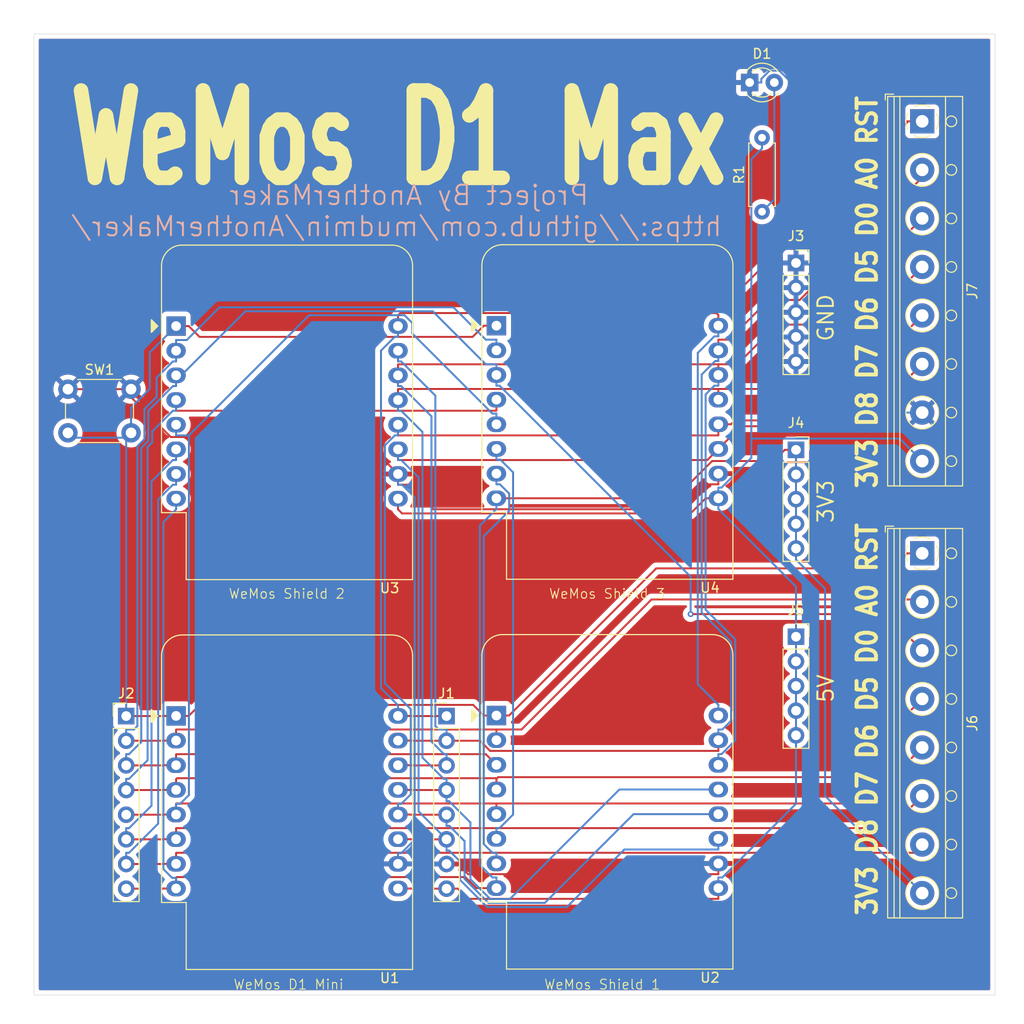
<source format=kicad_pcb>
(kicad_pcb (version 20240108) (generator "pcbnew") (generator_version "8.0")
  (layers (0 "F.Cu" signal) (31 "B.Cu" signal) (34 "B.Paste" user) (35 "F.Paste" user) (36 "B.SilkS" user "B.Silkscreen") (37 "F.SilkS" user "F.Silkscreen") (38 "B.Mask" user) (39 "F.Mask" user) (44 "Edge.Cuts" user))
  (net 0 "")
  (net 1 "Net-(D1-A)")
  (net 2 "GND")
  (net 3 "Net-(J1-Pin_4)")
  (net 4 "Net-(J1-Pin_5)")
  (net 5 "Net-(J1-Pin_2)")
  (net 6 "Net-(J1-Pin_3)")
  (net 7 "Net-(J1-Pin_8)")
  (net 8 "Net-(J1-Pin_1)")
  (net 9 "Net-(J1-Pin_6)")
  (net 10 "Net-(J2-Pin_5)")
  (net 11 "Net-(J2-Pin_8)")
  (net 12 "Net-(J2-Pin_3)")
  (net 13 "Net-(J2-Pin_2)")
  (net 14 "Net-(J2-Pin_4)")
  (net 15 "Net-(J2-Pin_6)")
  (net 16 "Net-(J2-Pin_7)")
  (net 17 "Net-(J2-Pin_1)")
  (footprint "TerminalBlock_RND:TerminalBlock_RND_205-00018_1x08_P5.00mm_Horizontal" (layer "F.Cu") (at 194 71.5 -90)
    (property "Reference" "J7")
    (property "Value" "Conn_01x08_Pin_Right")
  )
  (footprint "Module:WEMOS_D1_mini_light" (layer "F.Cu") (at 150.14 92.55)
    (property "Reference" "U4")
    (property "Value" "WeMos_D1_mini")
  )
  (footprint "Resistor_THT:R_Axial_DIN0207_L6.3mm_D2.5mm_P7.62mm_Horizontal" (layer "F.Cu") (at 177.5 80.81 90)
    (property "Reference" "R1")
    (property "Value" "R")
  )
  (footprint "Button_Switch_THT:SW_PUSH_6mm_H5mm" (layer "F.Cu") (at 106 99.09)
    (property "Reference" "SW1")
    (property "Value" "SW_Push")
  )
  (footprint "Connector_PinSocket_2.54mm:PinSocket_1x05_P2.54mm_Vertical" (layer "F.Cu") (at 181 105.34)
    (property "Reference" "J4")
    (property "Value" "Conn_01x05_Pin - 3.3V")
  )
  (footprint "LED_THT:LED_D3.0mm" (layer "F.Cu") (at 176.225 67.5)
    (property "Reference" "D1")
    (property "Value" "LED")
  )
  (footprint "Module:WEMOS_D1_mini_light" (layer "F.Cu") (at 117.14 92.59)
    (property "Reference" "U3")
    (property "Value" "WeMos_D1_mini")
  )
  (footprint "TerminalBlock_RND:TerminalBlock_RND_205-00018_1x08_P5.00mm_Horizontal" (layer "F.Cu") (at 194 116 -90)
    (property "Reference" "J6")
    (property "Value" "Conn_01x08_Pin_Left")
  )
  (footprint "Module:WEMOS_D1_mini_light" (layer "F.Cu") (at 150.14 132.71)
    (property "Reference" "U2")
    (property "Value" "WeMos_D1_mini")
  )
  (footprint "Connector_PinSocket_2.54mm:PinSocket_1x05_P2.54mm_Vertical" (layer "F.Cu") (at 181 124.59)
    (property "Reference" "J5")
    (property "Value" "Conn_01x05_Pin - 5V")
  )
  (footprint "Connector_PinHeader_2.54mm:PinHeader_1x08_P2.54mm_Vertical" (layer "F.Cu") (at 112 132.765)
    (property "Reference" "J2")
    (property "Value" "Conn_01x08_Pin_Left")
  )
  (footprint "Connector_PinSocket_2.54mm:PinSocket_1x05_P2.54mm_Vertical" (layer "F.Cu") (at 181 86.09)
    (property "Reference" "J3")
    (property "Value" "Conn_01x05_Pin - GND")
  )
  (footprint "Connector_PinHeader_2.54mm:PinHeader_1x08_P2.54mm_Vertical" (layer "F.Cu") (at 145 132.765)
    (property "Reference" "J1")
    (property "Value" "Conn_01x08_Pin_Right")
  )
  (footprint "Module:WEMOS_D1_mini_light" (layer "F.Cu") (at 117.14 132.75)
    (property "Reference" "U1")
    (property "Value" "WeMos_D1_mini")
  )
  (gr_rect (start 102.5 62.5) (end 201.5 161.5) (stroke (width 0.05)) (fill none) (layer "Edge.Cuts"))
  (gr_text "         Project By AnotherMaker\nhttps://github.com/mudmin/AnotherMaker/" (at 173.5 83.5 0) (layer "B.SilkS") (effects (font (size 2 2) (thickness 0.2)) (justify left bottom mirror)))
  (gr_text "WeMos Shield 3" (at 155.5 120.75 0) (layer "F.SilkS") (effects (font (size 1 1) (thickness 0.1)) (justify left bottom)))
  (gr_text "WeMos Shield 1" (at 155 161 0) (layer "F.SilkS") (effects (font (size 1 1) (thickness 0.1)) (justify left bottom)))
  (gr_text "GND" (at 185 94.302857 90) (layer "F.SilkS") (effects (font (size 1.6 1.6) (thickness 0.2)) (justify left bottom)))
  (gr_text "3V3" (at 185 113 90) (layer "F.SilkS") (effects (font (size 1.6 1.6) (thickness 0.2)) (justify left bottom)))
  (gr_text "WeMos Shield 2" (at 122.5 120.75 0) (layer "F.SilkS") (effects (font (size 1 1) (thickness 0.1)) (justify left bottom)))
  (gr_text "WeMos D1 Mini" (at 123 161 0) (layer "F.SilkS") (effects (font (size 1 1) (thickness 0.1)) (justify left bottom)))
  (gr_text "3V3 D8 D7 D6 D5 D0 A0 RST" (at 189.5 153.5 90) (layer "F.SilkS") (effects (font (size 2 1.8) (thickness 0.4) (bold yes)) (justify left bottom)))
  (gr_text "WeMos D1 Max" (at 105.5 78.5 0) (layer "F.SilkS") (effects (font (size 9 6) (thickness 1.5) (bold yes)) (justify left bottom)))
  (gr_text "3V3 D8 D7 D6 D5 D0 A0 RST\n" (at 189.5 109.5 90) (layer "F.SilkS") (effects (font (size 2 1.8) (thickness 0.4) (bold yes)) (justify left bottom)))
  (gr_text "5V" (at 185 131.5 90) (layer "F.SilkS") (effects (font (size 1.6 1.6) (thickness 0.2)) (justify left bottom)))
  (segment (start 178.765 79.545) (end 177.5 80.81) (width 0.2) (layer "B.Cu") (net 1))
  (segment (start 178.765 67.5) (end 178.765 79.545) (width 0.2) (layer "B.Cu") (net 1))
  (segment (start 169.3301 111.4599) (end 143.6299 111.4599) (width 0.2) (layer "F.Cu") (net 2))
  (segment (start 171.8983 108.8917) (end 169.3301 111.4599) (width 0.2) (layer "F.Cu") (net 2))
  (segment (start 147.2261 149.0517) (end 146.1794 148.005) (width 0.2) (layer "F.Cu") (net 2))
  (segment (start 145 148.005) (end 146.1517 148.005) (width 0.2) (layer "F.Cu") (net 2))
  (segment (start 188.8901 106.6099) (end 180.1318 106.6099) (width 0.2) (layer "F.Cu") (net 2))
  (segment (start 194 101.5) (end 188.8901 106.6099) (width 0.2) (layer "F.Cu") (net 2))
  (segment (start 173 147.95) (end 173 149.0517) (width 0.2) (layer "F.Cu") (net 2))
  (segment (start 173 149.0517) (end 147.2261 149.0517) (width 0.2) (layer "F.Cu") (net 2))
  (segment (start 173 108.8917) (end 171.8983 108.8917) (width 0.2) (layer "F.Cu") (net 2))
  (segment (start 141.1017 108.9317) (end 140 108.9317) (width 0.2) (layer "F.Cu") (net 2))
  (segment (start 145 148.005) (end 141.3167 148.005) (width 0.2) (layer "F.Cu") (net 2))
  (segment (start 173 107.79) (end 173 108.8917) (width 0.2) (layer "F.Cu") (net 2))
  (segment (start 140 147.99) (end 141.3017 147.99) (width 0.2) (layer "F.Cu") (net 2))
  (segment (start 140 107.83) (end 140 108.9317) (width 0.2) (layer "F.Cu") (net 2))
  (segment (start 143.6299 111.4599) (end 141.1017 108.9317) (width 0.2) (layer "F.Cu") (net 2))
  (segment (start 116.5955 104.02) (end 112.5 99.9245) (width 0.2) (layer "F.Cu") (net 2))
  (segment (start 146.1794 148.005) (end 146.1517 148.005) (width 0.2) (layer "F.Cu") (net 2))
  (segment (start 106 99.09) (end 112.5 99.09) (width 0.2) (layer "F.Cu") (net 2))
  (segment (start 112.5 99.9245) (end 112.5 99.09) (width 0.2) (layer "F.Cu") (net 2))
  (segment (start 140 107.83) (end 136.19 104.02) (width 0.2) (layer "F.Cu") (net 2))
  (segment (start 178.9517 107.79) (end 173 107.79) (width 0.2) (layer "F.Cu") (net 2))
  (segment (start 141.3167 148.005) (end 141.3017 147.99) (width 0.2) (layer "F.Cu") (net 2))
  (segment (start 136.19 104.02) (end 116.5955 104.02) (width 0.2) (layer "F.Cu") (net 2))
  (segment (start 180.1318 106.6099) (end 178.9517 107.79) (width 0.2) (layer "F.Cu") (net 2))
  (segment (start 140 147.99) (end 140 146.8883) (width 0.2) (layer "B.Cu") (net 2))
  (segment (start 194 101.5) (end 187.4017 101.5) (width 0.2) (layer "B.Cu") (net 2))
  (segment (start 178.2723 66.2789) (end 179.286 66.2789) (width 0.2) (layer "B.Cu") (net 2))
  (segment (start 187.4017 101.5) (end 182.1517 96.25) (width 0.2) (layer "B.Cu") (net 2))
  (segment (start 140.3283 146.8883) (end 140 146.8883) (width 0.2) (layer "B.Cu") (net 2))
  (segment (start 140.4131 108.9317) (end 141.7156 110.2342) (width 0.2) (layer "B.Cu") (net 2))
  (segment (start 140 108.9317) (end 140.4131 108.9317) (width 0.2) (layer "B.Cu") (net 2))
  (segment (start 181 91.17) (end 181 93.71) (width 0.2) (layer "B.Cu") (net 2))
  (segment (start 176.225 67.5) (end 177.4267 67.5) (width 0.2) (layer "B.Cu") (net 2))
  (segment (start 141.7156 145.501) (end 140.3283 146.8883) (width 0.2) (layer "B.Cu") (net 2))
  (segment (start 141.7156 110.2342) (end 141.7156 145.501) (width 0.2) (layer "B.Cu") (net 2))
  (segment (start 181 96.25) (end 182.1517 96.25) (width 0.2) (layer "B.Cu") (net 2))
  (segment (start 181 67.9929) (end 181 86.09) (width 0.2) (layer "B.Cu") (net 2))
  (segment (start 179.286 66.2789) (end 181 67.9929) (width 0.2) (layer "B.Cu") (net 2))
  (segment (start 181 86.09) (end 181 88.63) (width 0.2) (layer "B.Cu") (net 2))
  (segment (start 177.4267 67.1245) (end 178.2723 66.2789) (width 0.2) (layer "B.Cu") (net 2))
  (segment (start 177.4267 67.5) (end 177.4267 67.1245) (width 0.2) (layer "B.Cu") (net 2))
  (segment (start 140 107.83) (end 140 108.9317) (width 0.2) (layer "B.Cu") (net 2))
  (segment (start 181 88.63) (end 181 91.17) (width 0.2) (layer "B.Cu") (net 2))
  (segment (start 181 93.71) (end 181 96.25) (width 0.2) (layer "B.Cu") (net 2))
  (segment (start 140 100.21) (end 140 99.1083) (width 0.2) (layer "F.Cu") (net 3))
  (segment (start 181.4317 99.0683) (end 173 99.0683) (width 0.2) (layer "F.Cu") (net 3))
  (segment (start 194 86.5) (end 181.4317 99.0683) (width 0.2) (layer "F.Cu") (net 3))
  (segment (start 140 99.1083) (end 140.04 99.0683) (width 0.2) (layer "F.Cu") (net 3))
  (segment (start 141.3167 140.385) (end 141.3017 140.37) (width 0.2) (layer "F.Cu") (net 3))
  (segment (start 140 140.37) (end 141.3017 140.37) (width 0.2) (layer "F.Cu") (net 3))
  (segment (start 173 100.17) (end 173 99.0683) (width 0.2) (layer "F.Cu") (net 3))
  (segment (start 140.04 99.0683) (end 173 99.0683) (width 0.2) (layer "F.Cu") (net 3))
  (segment (start 145 140.385) (end 141.3167 140.385) (width 0.2) (layer "F.Cu") (net 3))
  (segment (start 173 140.33) (end 162.8083 140.33) (width 0.2) (layer "B.Cu") (net 3))
  (segment (start 145 140.385) (end 145 139.2333) (width 0.2) (layer "B.Cu") (net 3))
  (segment (start 140.3283 101.3117) (end 140 101.3117) (width 0.2) (layer "B.Cu") (net 3))
  (segment (start 140 100.21) (end 140 101.3117) (width 0.2) (layer "B.Cu") (net 3))
  (segment (start 147.4612 149.5717) (end 147.4612 143.7294) (width 0.2) (layer "B.Cu") (net 3))
  (segment (start 151.5331 151.6052) (end 149.4947 151.6052) (width 0.2) (layer "B.Cu") (net 3))
  (segment (start 142.5198 103.5032) (end 140.3283 101.3117) (width 0.2) (layer "B.Cu") (net 3))
  (segment (start 162.8083 140.33) (end 151.5331 151.6052) (width 0.2) (layer "B.Cu") (net 3))
  (segment (start 145 140.385) (end 145 141.5367) (width 0.2) (layer "B.Cu") (net 3))
  (segment (start 145 139.2333) (end 144.7121 139.2333) (width 0.2) (layer "B.Cu") (net 3))
  (segment (start 147.4612 143.7294) (end 145.2685 141.5367) (width 0.2) (layer "B.Cu") (net 3))
  (segment (start 145.2685 141.5367) (end 145 141.5367) (width 0.2) (layer "B.Cu") (net 3))
  (segment (start 142.5198 137.041) (end 142.5198 103.5032) (width 0.2) (layer "B.Cu") (net 3))
  (segment (start 149.4947 151.6052) (end 147.4612 149.5717) (width 0.2) (layer "B.Cu") (net 3))
  (segment (start 144.7121 139.2333) (end 142.5198 137.041) (width 0.2) (layer "B.Cu") (net 3))
  (segment (start 172.96 103.8517) (end 173 103.8117) (width 0.2) (layer "F.Cu") (net 4))
  (segment (start 173 102.71) (end 174.3017 102.71) (width 0.2) (layer "F.Cu") (net 4))
  (segment (start 140 103.8517) (end 172.96 103.8517) (width 0.2) (layer "F.Cu") (net 4))
  (segment (start 173 102.71) (end 173 103.8117) (width 0.2) (layer "F.Cu") (net 4))
  (segment (start 194 91.5) (end 183.1917 102.3083) (width 0.2) (layer "F.Cu") (net 4))
  (segment (start 141.3167 142.925) (end 141.3017 142.91) (width 0.2) (layer "F.Cu") (net 4))
  (segment (start 174.7034 102.3083) (end 174.3017 102.71) (width 0.2) (layer "F.Cu") (net 4))
  (segment (start 140 102.75) (end 140 103.8517) (width 0.2) (layer "F.Cu") (net 4))
  (segment (start 183.1917 102.3083) (end 174.7034 102.3083) (width 0.2) (layer "F.Cu") (net 4))
  (segment (start 145 142.925) (end 141.3167 142.925) (width 0.2) (layer "F.Cu") (net 4))
  (segment (start 140 142.91) (end 141.3017 142.91) (width 0.2) (layer "F.Cu") (net 4))
  (segment (start 140 103.8517) (end 139.6717 103.8517) (width 0.2) (layer "B.Cu") (net 4))
  (segment (start 139.6717 103.8517) (end 138.6502 104.8732) (width 0.2) (layer "B.Cu") (net 4))
  (segment (start 173 142.87) (end 164.2646 142.87) (width 0.2) (layer "B.Cu") (net 4))
  (segment (start 146.8596 145.6483) (end 145.288 144.0767) (width 0.2) (layer "B.Cu") (net 4))
  (segment (start 140.3339 141.8083) (end 140 141.8083) (width 0.2) (layer "B.Cu") (net 4))
  (segment (start 141.3117 132.047) (end 141.3117 140.8305) (width 0.2) (layer "B.Cu") (net 4))
  (segment (start 138.6502 129.3855) (end 141.3117 132.047) (width 0.2) (layer "B.Cu") (net 4))
  (segment (start 138.6502 104.8732) (end 138.6502 129.3855) (width 0.2) (layer "B.Cu") (net 4))
  (segment (start 164.2646 142.87) (end 155.1277 152.0069) (width 0.2) (layer "B.Cu") (net 4))
  (segment (start 140 142.91) (end 140 141.8083) (width 0.2) (layer "B.Cu") (net 4))
  (segment (start 149.3242 152.0069) (end 146.8596 149.5423) (width 0.2) (layer "B.Cu") (net 4))
  (segment (start 145.288 144.0767) (end 145 144.0767) (width 0.2) (layer "B.Cu") (net 4))
  (segment (start 155.1277 152.0069) (end 149.3242 152.0069) (width 0.2) (layer "B.Cu") (net 4))
  (segment (start 140 102.75) (end 140 103.8517) (width 0.2) (layer "B.Cu") (net 4))
  (segment (start 145 142.925) (end 145 144.0767) (width 0.2) (layer "B.Cu") (net 4))
  (segment (start 141.3117 140.8305) (end 140.3339 141.8083) (width 0.2) (layer "B.Cu") (net 4))
  (segment (start 146.8596 149.5423) (end 146.8596 145.6483) (width 0.2) (layer "B.Cu") (net 4))
  (segment (start 194 77.2838) (end 194 76.5) (width 0.2) (layer "F.Cu") (net 5))
  (segment (start 178.19 89.9) (end 181.3838 89.9) (width 0.2) (layer "F.Cu") (net 5))
  (segment (start 181.3838 89.9) (end 194 77.2838) (width 0.2) (layer "F.Cu") (net 5))
  (segment (start 141.3017 135.29) (end 141.3167 135.305) (width 0.2) (layer "F.Cu") (net 5))
  (segment (start 173 93.9883) (end 174.1017 93.9883) (width 0.2) (layer "F.Cu") (net 5))
  (segment (start 141.3167 135.305) (end 145 135.305) (width 0.2) (layer "F.Cu") (net 5))
  (segment (start 149.4836 136.3517) (end 173 136.3517) (width 0.2) (layer "F.Cu") (net 5))
  (segment (start 145 135.305) (end 148.4369 135.305) (width 0.2) (layer "F.Cu") (net 5))
  (segment (start 140 135.29) (end 141.3017 135.29) (width 0.2) (layer "F.Cu") (net 5))
  (segment (start 174.1017 93.9883) (end 178.19 89.9) (width 0.2) (layer "F.Cu") (net 5))
  (segment (start 173 95.09) (end 173 93.9883) (width 0.2) (layer "F.Cu") (net 5))
  (segment (start 148.4369 135.305) (end 149.4836 136.3517) (width 0.2) (layer "F.Cu") (net 5))
  (segment (start 173 135.25) (end 173 136.3517) (width 0.2) (layer "F.Cu") (net 5))
  (segment (start 145 135.305) (end 145 134.1533) (width 0.2) (layer "B.Cu") (net 5))
  (segment (start 140 95.13) (end 140 96.2317) (width 0.2) (layer "B.Cu") (net 5))
  (segment (start 173.4131 134.1483) (end 174.3122 133.2492) (width 0.2) (layer "B.Cu") (net 5))
  (segment (start 171.2815 122.1056) (end 171.2815 97.5819) (width 0.2) (layer "B.Cu") (net 5))
  (segment (start 172.6717 96.1917) (end 173 96.1917) (width 0.2) (layer "B.Cu") (net 5))
  (segment (start 174.3122 133.2492) (end 174.3122 125.1363) (width 0.2) (layer "B.Cu") (net 5))
  (segment (start 143.8483 99.7517) (end 143.8483 133.7934) (width 0.2) (layer "B.Cu") (net 5))
  (segment (start 140.3283 96.2317) (end 143.8483 99.7517) (width 0.2) (layer "B.Cu") (net 5))
  (segment (start 171.2815 97.5819) (end 172.6717 96.1917) (width 0.2) (layer "B.Cu") (net 5))
  (segment (start 174.3122 125.1363) (end 171.2815 122.1056) (width 0.2) (layer "B.Cu") (net 5))
  (segment (start 173 95.09) (end 173 96.1917) (width 0.2) (layer "B.Cu") (net 5))
  (segment (start 173 134.1483) (end 173.4131 134.1483) (width 0.2) (layer "B.Cu") (net 5))
  (segment (start 173 135.25) (end 173 134.1483) (width 0.2) (layer "B.Cu") (net 5))
  (segment (start 140 96.2317) (end 140.3283 96.2317) (width 0.2) (layer "B.Cu") (net 5))
  (segment (start 144.2082 134.1533) (end 145 134.1533) (width 0.2) (layer "B.Cu") (net 5))
  (segment (start 143.8483 133.7934) (end 144.2082 134.1533) (width 0.2) (layer "B.Cu") (net 5))
  (segment (start 140 137.83) (end 141.3017 137.83) (width 0.2) (layer "F.Cu") (net 6))
  (segment (start 140 97.67) (end 140 96.5683) (width 0.2) (layer "F.Cu") (net 6))
  (segment (start 183.06 92.44) (end 179.0424 92.44) (width 0.2) (layer "F.Cu") (net 6))
  (segment (start 140 96.5683) (end 140.04 96.5283) (width 0.2) (layer "F.Cu") (net 6))
  (segment (start 194 81.5) (end 183.06 92.44) (width 0.2) (layer "F.Cu") (net 6))
  (segment (start 174.9541 96.5283) (end 173 96.5283) (width 0.2) (layer "F.Cu") (net 6))
  (segment (start 145 137.845) (end 141.3167 137.845) (width 0.2) (layer "F.Cu") (net 6))
  (segment (start 173 97.63) (end 173 96.5283) (width 0.2) (layer "F.Cu") (net 6))
  (segment (start 140.04 96.5283) (end 173 96.5283) (width 0.2) (layer "F.Cu") (net 6))
  (segment (start 141.3167 137.845) (end 141.3017 137.83) (width 0.2) (layer "F.Cu") (net 6))
  (segment (start 179.0424 92.44) (end 174.9541 96.5283) (width 0.2) (layer "F.Cu") (net 6))
  (segment (start 174.7415 135.2751) (end 173.3283 136.6883) (width 0.2) (layer "B.Cu") (net 6))
  (segment (start 145 137.845) (end 145 136.6933) (width 0.2) (layer "B.Cu") (net 6))
  (segment (start 173 98.7317) (end 172.5869 98.7317) (width 0.2) (layer "B.Cu") (net 6))
  (segment (start 140 98.7717) (end 140.3283 98.7717) (width 0.2) (layer "B.Cu") (net 6))
  (segment (start 140 97.67) (end 140 98.7717) (width 0.2) (layer "B.Cu") (net 6))
  (segment (start 173 97.63) (end 173 98.7317) (width 0.2) (layer "B.Cu") (net 6))
  (segment (start 171.6889 121.8036) (end 174.7415 124.8562) (width 0.2) (layer "B.Cu") (net 6))
  (segment (start 171.6889 99.6297) (end 171.6889 121.8036) (width 0.2) (layer "B.Cu") (net 6))
  (segment (start 143.4466 101.89) (end 143.4466 135.3945) (width 0.2) (layer "B.Cu") (net 6))
  (segment (start 172.5869 98.7317) (end 171.6889 99.6297) (width 0.2) (layer "B.Cu") (net 6))
  (segment (start 140.3283 98.7717) (end 143.4466 101.89) (width 0.2) (layer "B.Cu") (net 6))
  (segment (start 174.7415 124.8562) (end 174.7415 135.2751) (width 0.2) (layer "B.Cu") (net 6))
  (segment (start 173.3283 136.6883) (end 173 136.6883) (width 0.2) (layer "B.Cu") (net 6))
  (segment (start 173 137.79) (end 173 136.6883) (width 0.2) (layer "B.Cu") (net 6))
  (segment (start 144.7454 136.6933) (end 145 136.6933) (width 0.2) (layer "B.Cu") (net 6))
  (segment (start 143.4466 135.3945) (end 144.7454 136.6933) (width 0.2) (layer "B.Cu") (net 6))
  (segment (start 173 110.33) (end 171.6983 110.33) (width 0.2) (layer "F.Cu") (net 7))
  (segment (start 173 150.49) (end 173 151.5917) (width 0.2) (layer "F.Cu") (net 7))
  (segment (start 140 150.53) (end 141.3017 150.53) (width 0.2) (layer "F.Cu") (net 7))
  (segment (start 141.3167 150.545) (end 145 150.545) (width 0.2) (layer "F.Cu") (net 7))
  (segment (start 141.3017 150.53) (end 141.3167 150.545) (width 0.2) (layer "F.Cu") (net 7))
  (segment (start 140.4196 111.8913) (end 170.137 111.8913) (width 0.2) (layer "F.Cu") (net 7))
  (segment (start 145 150.545) (end 146.1517 150.545) (width 0.2) (layer "F.Cu") (net 7))
  (segment (start 146.1517 150.545) (end 147.1984 151.5917) (width 0.2) (layer "F.Cu") (net 7))
  (segment (start 170.137 111.8913) (end 171.6983 110.33) (width 0.2) (layer "F.Cu") (net 7))
  (segment (start 147.1984 151.5917) (end 173 151.5917) (width 0.2) (layer "F.Cu") (net 7))
  (segment (start 140 110.37) (end 140 111.4717) (width 0.2) (layer "F.Cu") (net 7))
  (segment (start 140 111.4717) (end 140.4196 111.8913) (width 0.2) (layer "F.Cu") (net 7))
  (segment (start 181 141.8014) (end 181 134.75) (width 0.2) (layer "B.Cu") (net 7))
  (segment (start 173.3283 109.2283) (end 173 109.2283) (width 0.2) (layer "B.Cu") (net 7))
  (segment (start 181 119.4317) (end 173 111.4317) (width 0.2) (layer "B.Cu") (net 7))
  (segment (start 173.4131 149.3883) (end 181 141.8014) (width 0.2) (layer "B.Cu") (net 7))
  (segment (start 176.3983 104.179) (end 176.3983 106.1583) (width 0.2) (layer "B.Cu") (net 7))
  (segment (start 176.3983 104.179) (end 191.679 104.179) (width 0.2) (layer "B.Cu") (net 7))
  (segment (start 176.3983 106.1583) (end 173.3283 109.2283) (width 0.2) (layer "B.Cu") (net 7))
  (segment (start 181 124.59) (end 181 127.13) (width 0.2) (layer "B.Cu") (net 7))
  (segment (start 177.5 74.2917) (end 176.3983 75.3934) (width 0.2) (layer "B.Cu") (net 7))
  (segment (start 177.5 73.19) (end 177.5 74.2917) (width 0.2) (layer "B.Cu") (net 7))
  (segment (start 173 150.49) (end 173 149.3883) (width 0.2) (layer "B.Cu") (net 7))
  (segment (start 191.679 104.179) (end 194 106.5) (width 0.2) (layer "B.Cu") (net 7))
  (segment (start 181 129.67) (end 181 132.21) (width 0.2) (layer "B.Cu") (net 7))
  (segment (start 173 149.3883) (end 173.4131 149.3883) (width 0.2) (layer "B.Cu") (net 7))
  (segment (start 173 110.33) (end 173 109.2283) (width 0.2) (layer "B.Cu") (net 7))
  (segment (start 181 132.21) (end 181 134.75) (width 0.2) (layer "B.Cu") (net 7))
  (segment (start 181 124.59) (end 181 123.4383) (width 0.2) (layer "B.Cu") (net 7))
  (segment (start 176.3983 75.3934) (end 176.3983 104.179) (width 0.2) (layer "B.Cu") (net 7))
  (segment (start 173 110.33) (end 173 111.4317) (width 0.2) (layer "B.Cu") (net 7))
  (segment (start 181 127.13) (end 181 129.67) (width 0.2) (layer "B.Cu") (net 7))
  (segment (start 181 123.4383) (end 181 119.4317) (width 0.2) (layer "B.Cu") (net 7))
  (segment (start 192.4483 71.5) (end 192.4483 71.6) (width 0.2) (layer "F.Cu") (net 8))
  (segment (start 140.24 91.2483) (end 172.8 91.2483) (width 0.2) (layer "F.Cu") (net 8))
  (segment (start 172.8 91.2483) (end 173 91.4483) (width 0.2) (layer "F.Cu") (net 8))
  (segment (start 194 71.5) (end 192.4483 71.5) (width 0.2) (layer "F.Cu") (net 8))
  (segment (start 140 91.4883) (end 140.24 91.2483) (width 0.2) (layer "F.Cu") (net 8))
  (segment (start 140 92.59) (end 140 91.4883) (width 0.2) (layer "F.Cu") (net 8))
  (segment (start 173 92.55) (end 173 91.4483) (width 0.2) (layer "F.Cu") (net 8))
  (segment (start 140 132.75) (end 141.3017 132.75) (width 0.2) (layer "F.Cu") (net 8))
  (segment (start 145 132.765) (end 141.3167 132.765) (width 0.2) (layer "F.Cu") (net 8))
  (segment (start 192.4483 71.6) (end 172.8 91.2483) (width 0.2) (layer "F.Cu") (net 8))
  (segment (start 141.3167 132.765) (end 141.3017 132.75) (width 0.2) (layer "F.Cu") (net 8))
  (segment (start 138.2485 95.1149) (end 138.2485 129.8968) (width 0.2) (layer "B.Cu") (net 8))
  (segment (start 173 92.55) (end 173 93.6517) (width 0.2) (layer "B.Cu") (net 8))
  (segment (start 140 132.75) (end 140 131.6483) (width 0.2) (layer "B.Cu") (net 8))
  (segment (start 170.8787 129.487) (end 173 131.6083) (width 0.2) (layer "B.Cu") (net 8))
  (segment (start 140 93.6917) (end 139.6717 93.6917) (width 0.2) (layer "B.Cu") (net 8))
  (segment (start 138.2485 129.8968) (end 140 131.6483) (width 0.2) (layer "B.Cu") (net 8))
  (segment (start 173 93.6517) (end 172.5869 93.6517) (width 0.2) (layer "B.Cu") (net 8))
  (segment (start 172.5869 93.6517) (end 170.8787 95.3599) (width 0.2) (layer "B.Cu") (net 8))
  (segment (start 140 92.59) (end 140 93.6917) (width 0.2) (layer "B.Cu") (net 8))
  (segment (start 170.8787 95.3599) (end 170.8787 129.487) (width 0.2) (layer "B.Cu") (net 8))
  (segment (start 139.6717 93.6917) (end 138.2485 95.1149) (width 0.2) (layer "B.Cu") (net 8))
  (segment (start 173 132.71) (end 173 131.6083) (width 0.2) (layer "B.Cu") (net 8))
  (segment (start 141.3167 145.465) (end 145 145.465) (width 0.2) (layer "F.Cu") (net 9))
  (segment (start 173 105.25) (end 175.3401 102.9099) (width 0.2) (layer "F.Cu") (net 9))
  (segment (start 141.3017 145.45) (end 141.3167 145.465) (width 0.2) (layer "F.Cu") (net 9))
  (segment (start 187.5901 102.9099) (end 194 96.5) (width 0.2) (layer "F.Cu") (net 9))
  (segment (start 175.3401 102.9099) (end 187.5901 102.9099) (width 0.2) (layer "F.Cu") (net 9))
  (segment (start 140 106.3917) (end 171.8583 106.3917) (width 0.2) (layer "F.Cu") (net 9))
  (segment (start 140 105.29) (end 140 106.3917) (width 0.2) (layer "F.Cu") (net 9))
  (segment (start 171.8583 106.3917) (end 173 105.25) (width 0.2) (layer "F.Cu") (net 9))
  (segment (start 140 145.45) (end 141.3017 145.45) (width 0.2) (layer "F.Cu") (net 9))
  (segment (start 145 145.465) (end 142.1181 142.5831) (width 0.2) (layer "B.Cu") (net 9))
  (segment (start 140 105.29) (end 140 106.3917) (width 0.2) (layer "B.Cu") (net 9))
  (segment (start 145.2685 146.6167) (end 145 146.6167) (width 0.2) (layer "B.Cu") (net 9))
  (segment (start 142.1181 108.1815) (end 140.3283 106.3917) (width 0.2) (layer "B.Cu") (net 9))
  (segment (start 146.3898 149.6426) (end 146.3898 147.738) (width 0.2) (layer "B.Cu") (net 9))
  (segment (start 145 145.465) (end 145 146.6167) (width 0.2) (layer "B.Cu") (net 9))
  (segment (start 149.1901 152.4429) (end 146.3898 149.6426) (width 0.2) (layer "B.Cu") (net 9))
  (segment (start 173 146.5117) (end 163.3187 146.5117) (width 0.2) (layer "B.Cu") (net 9))
  (segment (start 142.1181 142.5831) (end 142.1181 108.1815) (width 0.2) (layer "B.Cu") (net 9))
  (segment (start 157.3875 152.4429) (end 149.1901 152.4429) (width 0.2) (layer "B.Cu") (net 9))
  (segment (start 163.3187 146.5117) (end 157.3875 152.4429) (width 0.2) (layer "B.Cu") (net 9))
  (segment (start 140.3283 106.3917) (end 140 106.3917) (width 0.2) (layer "B.Cu") (net 9))
  (segment (start 173 145.41) (end 173 146.5117) (width 0.2) (layer "B.Cu") (net 9))
  (segment (start 146.3898 147.738) (end 145.2685 146.6167) (width 0.2) (layer "B.Cu") (net 9))
  (segment (start 115.8233 142.925) (end 115.8383 142.91) (width 0.2) (layer "F.Cu") (net 10))
  (segment (start 112 142.925) (end 115.8233 142.925) (width 0.2) (layer "F.Cu") (net 10))
  (segment (start 117.14 142.91) (end 117.14 141.8083) (width 0.2) (layer "F.Cu") (net 10))
  (segment (start 150.14 142.87) (end 150.14 141.7698) (width 0.2) (layer "F.Cu") (net 10))
  (segment (start 117.14 142.91) (end 115.8383 142.91) (width 0.2) (layer "F.Cu") (net 10))
  (segment (start 117.1785 141.7698) (end 150.14 141.7698) (width 0.2) (layer "F.Cu") (net 10))
  (segment (start 194 136) (end 188.2317 141.7683) (width 0.2) (layer "F.Cu") (net 10))
  (segment (start 188.2317 141.7683) (end 150.14 141.7683) (width 0.2) (layer "F.Cu") (net 10))
  (segment (start 117.14 141.8083) (end 117.1785 141.7698) (width 0.2) (layer "F.Cu") (net 10))
  (segment (start 150.14 141.7698) (end 150.14 141.7683) (width 0.2) (layer "F.Cu") (net 10))
  (segment (start 117.14 103.8517) (end 118.4598 103.8517) (width 0.2) (layer "B.Cu") (net 10))
  (segment (start 118.4598 140.9016) (end 118.4598 103.8517) (width 0.2) (layer "B.Cu") (net 10))
  (segment (start 117.5531 141.8083) (end 118.4598 140.9016) (width 0.2) (layer "B.Cu") (net 10))
  (segment (start 118.4598 103.8517) (end 130.8393 91.4722) (width 0.2) (layer "B.Cu") (net 10))
  (segment (start 141.4732 93.3547) (end 149.7268 101.6083) (width 0.2) (layer "B.Cu") (net 10))
  (segment (start 130.8393 91.4722) (end 140.6675 91.4722) (width 0.2) (layer "B.Cu") (net 10))
  (segment (start 150.14 102.71) (end 150.14 101.6083) (width 0.2) (layer "B.Cu") (net 10))
  (segment (start 149.7268 101.6083) (end 150.14 101.6083) (width 0.2) (layer "B.Cu") (net 10))
  (segment (start 117.14 141.8083) (end 117.5531 141.8083) (width 0.2) (layer "B.Cu") (net 10))
  (segment (start 140.6675 91.4722) (end 141.4732 92.2779) (width 0.2) (layer "B.Cu") (net 10))
  (segment (start 117.14 102.75) (end 117.14 103.8517) (width 0.2) (layer "B.Cu") (net 10))
  (segment (start 141.4732 92.2779) (end 141.4732 93.3547) (width 0.2) (layer "B.Cu") (net 10))
  (segment (start 117.14 142.91) (end 117.14 141.8083) (width 0.2) (layer "B.Cu") (net 10))
  (segment (start 115.8233 150.545) (end 115.8383 150.53) (width 0.2) (layer "F.Cu") (net 11))
  (segment (start 117.2167 149.3516) (end 146.9324 149.3516) (width 0.2) (layer "F.Cu") (net 11))
  (segment (start 181 105.34) (end 179.8483 105.34) (width 0.2) (layer "F.Cu") (net 11))
  (segment (start 172.3588 106.4917) (end 168.5205 110.33) (width 0.2) (layer "F.Cu") (net 11))
  (segment (start 179.8483 105.34) (end 178.6966 106.4917) (width 0.2) (layer "F.Cu") (net 11))
  (segment (start 148.0708 150.49) (end 150.14 150.49) (width 0.2) (layer "F.Cu") (net 11))
  (segment (start 117.14 150.53) (end 117.14 149.4283) (width 0.2) (layer "F.Cu") (net 11))
  (segment (start 178.6966 106.4917) (end 172.3588 106.4917) (width 0.2) (layer "F.Cu") (net 11))
  (segment (start 146.9324 149.3516) (end 148.0708 150.49) (width 0.2) (layer "F.Cu") (net 11))
  (segment (start 168.5205 110.33) (end 150.14 110.33) (width 0.2) (layer "F.Cu") (net 11))
  (segment (start 112 150.545) (end 115.8233 150.545) (width 0.2) (layer "F.Cu") (net 11))
  (segment (start 117.14 150.53) (end 115.8383 150.53) (width 0.2) (layer "F.Cu") (net 11))
  (segment (start 117.14 149.4283) (end 117.2167 149.3516) (width 0.2) (layer "F.Cu") (net 11))
  (segment (start 183.9986 140.9986) (end 183.9986 119.6503) (width 0.2) (layer "B.Cu") (net 11))
  (segment (start 116.7269 149.4283) (end 115.8383 148.5397) (width 0.2) (layer "B.Cu") (net 11))
  (segment (start 148.4327 113.139) (end 148.4327 148.0942) (width 0.2) (layer "B.Cu") (net 11))
  (segment (start 117.14 110.37) (end 117.14 111.4717) (width 0.2) (layer "B.Cu") (net 11))
  (segment (start 181 107.88) (end 181 105.34) (width 0.2) (layer "B.Cu") (net 11))
  (segment (start 181 115.5) (end 181 116.6517) (width 0.2) (layer "B.Cu") (net 11))
  (segment (start 117.14 149.4283) (end 116.7269 149.4283) (width 0.2) (layer "B.Cu") (net 11))
  (segment (start 183.9986 119.6503) (end 181 116.6517) (width 0.2) (layer "B.Cu") (net 11))
  (segment (start 150.14 150.49) (end 150.14 149.3883) (width 0.2) (layer "B.Cu") (net 11))
  (segment (start 194 151) (end 183.9986 140.9986) (width 0.2) (layer "B.Cu") (net 11))
  (segment (start 115.8383 148.5397) (end 115.8383 112.7734) (width 0.2) (layer "B.Cu") (net 11))
  (segment (start 150.14 111.4317) (end 148.4327 113.139) (width 0.2) (layer "B.Cu") (net 11))
  (segment (start 117.14 150.53) (end 117.14 149.4283) (width 0.2) (layer "B.Cu") (net 11))
  (segment (start 181 112.96) (end 181 110.42) (width 0.2) (layer "B.Cu") (net 11))
  (segment (start 148.4327 148.0942) (end 149.7268 149.3883) (width 0.2) (layer "B.Cu") (net 11))
  (segment (start 115.8383 112.7734) (end 117.14 111.4717) (width 0.2) (layer "B.Cu") (net 11))
  (segment (start 181 115.5) (end 181 112.96) (width 0.2) (layer "B.Cu") (net 11))
  (segment (start 149.7268 149.3883) (end 150.14 149.3883) (width 0.2) (layer "B.Cu") (net 11))
  (segment (start 150.14 110.33) (end 150.14 111.4317) (width 0.2) (layer "B.Cu") (net 11))
  (segment (start 181 110.42) (end 181 107.88) (width 0.2) (layer "B.Cu") (net 11))
  (segment (start 117.14 137.83) (end 115.8383 137.83) (width 0.2) (layer "F.Cu") (net 12))
  (segment (start 117.18 136.6883) (end 149.0383 136.6883) (width 0.2) (layer "F.Cu") (net 12))
  (segment (start 190.2622 122.2622) (end 170.1429 122.2622) (width 0.2) (layer "F.Cu") (net 12))
  (segment (start 117.14 136.7283) (end 117.18 136.6883) (width 0.2) (layer "F.Cu") (net 12))
  (segment (start 149.0383 136.6883) (end 150.14 137.79) (width 0.2) (layer "F.Cu") (net 12))
  (segment (start 115.8233 137.845) (end 115.8383 137.83) (width 0.2) (layer "F.Cu") (net 12))
  (segment (start 194 126) (end 190.2622 122.2622) (width 0.2) (layer "F.Cu") (net 12))
  (segment (start 117.14 137.83) (end 117.14 136.7283) (width 0.2) (layer "F.Cu") (net 12))
  (segment (start 112 137.845) (end 115.8233 137.845) (width 0.2) (layer "F.Cu") (net 12))
  (via (at 170.1429 122.2622) (size 0.6) (drill 0.3) (layers "F.Cu" "B.Cu") (net 12))
  (segment (start 117.14 98.2036) (end 124.2798 91.0638) (width 0.2) (layer "B.Cu") (net 12))
  (segment (start 116.8137 98.7717) (end 117.14 98.7717) (width 0.2) (layer "B.Cu") (net 12))
  (segment (start 170.1429 118.4063) (end 150.4683 98.7317) (width 0.2) (layer "B.Cu") (net 12))
  (segment (start 112.288 136.6933) (end 113.5534 135.4279) (width 0.2) (layer "B.Cu") (net 12))
  (segment (start 143.5738 91.0638) (end 149.0383 96.5283) (width 0.2) (layer "B.Cu") (net 12))
  (segment (start 114.2791 101.3063) (end 116.8137 98.7717) (width 0.2) (layer "B.Cu") (net 12))
  (segment (start 150.14 97.63) (end 150.14 96.5283) (width 0.2) (layer "B.Cu") (net 12))
  (segment (start 124.2798 91.0638) (end 143.5738 91.0638) (width 0.2) (layer "B.Cu") (net 12))
  (segment (start 117.14 97.67) (end 117.14 98.2036) (width 0.2) (layer "B.Cu") (net 12))
  (segment (start 149.0383 96.5283) (end 150.14 96.5283) (width 0.2) (layer "B.Cu") (net 12))
  (segment (start 150.4683 98.7317) (end 150.14 98.7317) (width 0.2) (layer "B.Cu") (net 12))
  (segment (start 117.14 98.2036) (end 117.14 98.7717) (width 0.2) (layer "B.Cu") (net 12))
  (segment (start 150.14 97.63) (end 150.14 98.7317) (width 0.2) (layer "B.Cu") (net 12))
  (segment (start 112 136.6933) (end 112.288 136.6933) (width 0.2) (layer "B.Cu") (net 12))
  (segment (start 112 137.845) (end 112 136.6933) (width 0.2) (layer "B.Cu") (net 12))
  (segment (start 170.1429 122.2622) (end 170.1429 118.4063) (width 0.2) (layer "B.Cu") (net 12))
  (segment (start 113.5534 105.138) (end 114.2791 104.4123) (width 0.2) (layer "B.Cu") (net 12))
  (segment (start 114.2791 104.4123) (end 114.2791 101.3063) (width 0.2) (layer "B.Cu") (net 12))
  (segment (start 113.5534 135.4279) (end 113.5534 105.138) (width 0.2) (layer "B.Cu") (net 12))
  (segment (start 166.1148 120.7545) (end 152.721 134.1483) (width 0.2) (layer "F.Cu") (net 13))
  (segment (start 194 121) (end 193.7545 120.7545) (width 0.2) (layer "F.Cu") (net 13))
  (segment (start 117.18 134.1483) (end 117.14 134.1883) (width 0.2) (layer "F.Cu") (net 13))
  (segment (start 112 135.305) (end 115.8233 135.305) (width 0.2) (layer "F.Cu") (net 13))
  (segment (start 150.14 135.25) (end 150.14 134.1483) (width 0.2) (layer "F.Cu") (net 13))
  (segment (start 152.721 134.1483) (end 150.14 134.1483) (width 0.2) (layer "F.Cu") (net 13))
  (segment (start 150.14 134.1483) (end 117.18 134.1483) (width 0.2) (layer "F.Cu") (net 13))
  (segment (start 117.14 135.29) (end 115.8383 135.29) (width 0.2) (layer "F.Cu") (net 13))
  (segment (start 193.7545 120.7545) (end 166.1148 120.7545) (width 0.2) (layer "F.Cu") (net 13))
  (segment (start 115.8233 135.305) (end 115.8383 135.29) (width 0.2) (layer "F.Cu") (net 13))
  (segment (start 117.14 135.29) (end 117.14 134.1883) (width 0.2) (layer "F.Cu") (net 13))
  (segment (start 117.14 95.13) (end 117.14 94.0283) (width 0.2) (layer "B.Cu") (net 13))
  (segment (start 116.8117 96.2317) (end 117.14 96.2317) (width 0.2) (layer "B.Cu") (net 13))
  (segment (start 145.7055 90.6555) (end 121.6145 90.6555) (width 0.2) (layer "B.Cu") (net 13))
  (segment (start 117.14 95.13) (end 117.14 96.2317) (width 0.2) (layer "B.Cu") (net 13))
  (segment (start 112 135.305) (end 112 134.1533) (width 0.2) (layer "B.Cu") (net 13))
  (segment (start 112 134.1533) (end 112.7918 134.1533) (width 0.2) (layer "B.Cu") (net 13))
  (segment (start 113.8774 104.246) (end 113.8774 101.1399) (width 0.2) (layer "B.Cu") (net 13))
  (segment (start 113.1517 104.9717) (end 113.8774 104.246) (width 0.2) (layer "B.Cu") (net 13))
  (segment (start 118.2417 94.0283) (end 117.14 94.0283) (width 0.2) (layer "B.Cu") (net 13))
  (segment (start 113.1517 133.7934) (end 113.1517 104.9717) (width 0.2) (layer "B.Cu") (net 13))
  (segment (start 150.14 95.09) (end 150.14 93.9883) (width 0.2) (layer "B.Cu") (net 13))
  (segment (start 150.14 93.9883) (end 149.0383 93.9883) (width 0.2) (layer "B.Cu") (net 13))
  (segment (start 112.7918 134.1533) (end 113.1517 133.7934) (width 0.2) (layer "B.Cu") (net 13))
  (segment (start 113.8774 101.1399) (end 115.1331 99.8842) (width 0.2) (layer "B.Cu") (net 13))
  (segment (start 149.0383 93.9883) (end 145.7055 90.6555) (width 0.2) (layer "B.Cu") (net 13))
  (segment (start 115.1331 99.8842) (end 115.1331 97.9103) (width 0.2) (layer "B.Cu") (net 13))
  (segment (start 121.6145 90.6555) (end 118.2417 94.0283) (width 0.2) (layer "B.Cu") (net 13))
  (segment (start 115.1331 97.9103) (end 116.8117 96.2317) (width 0.2) (layer "B.Cu") (net 13))
  (segment (start 117.14 140.37) (end 117.14 139.2683) (width 0.2) (layer "F.Cu") (net 14))
  (segment (start 112 140.385) (end 115.8233 140.385) (width 0.2) (layer "F.Cu") (net 14))
  (segment (start 115.8233 140.385) (end 115.8383 140.37) (width 0.2) (layer "F.Cu") (net 14))
  (segment (start 117.14 100.21) (end 117.14 101.3117) (width 0.2) (layer "F.Cu") (net 14))
  (segment (start 117.14 101.3117) (end 150.1 101.3117) (width 0.2) (layer "F.Cu") (net 14))
  (segment (start 117.2409 139.1674) (end 117.14 139.2683) (width 0.2) (layer "F.Cu") (net 14))
  (segment (start 185.94 139.06) (end 194 131) (width 0.2) (layer "F.Cu") (net 14))
  (segment (start 150.14 140.33) (end 150.14 139.3316) (width 0.2) (layer "F.Cu") (net 14))
  (segment (start 150.1 101.3117) (end 150.14 101.2717) (width 0.2) (layer "F.Cu") (net 14))
  (segment (start 150.0726 139.1674) (end 117.2409 139.1674) (width 0.2) (layer "F.Cu") (net 14))
  (segment (start 117.14 140.37) (end 115.8383 140.37) (width 0.2) (layer "F.Cu") (net 14))
  (segment (start 150.14 100.17) (end 150.14 101.2717) (width 0.2) (layer "F.Cu") (net 14))
  (segment (start 150.14 139.2348) (end 150.3148 139.06) (width 0.2) (layer "F.Cu") (net 14))
  (segment (start 150.14 139.2348) (end 150.0726 139.1674) (width 0.2) (layer "F.Cu") (net 14))
  (segment (start 150.14 139.3316) (end 150.14 139.2348) (width 0.2) (layer "F.Cu") (net 14))
  (segment (start 150.3148 139.06) (end 185.94 139.06) (width 0.2) (layer "F.Cu") (net 14))
  (segment (start 117.14 101.3117) (end 116.8117 101.3117) (width 0.2) (layer "B.Cu") (net 14))
  (segment (start 116.8117 101.3117) (end 114.6808 103.4426) (width 0.2) (layer "B.Cu") (net 14))
  (segment (start 114.6808 104.5786) (end 114.2034 105.056) (width 0.2) (layer "B.Cu") (net 14))
  (segment (start 112.2879 139.2333) (end 112 139.2333) (width 0.2) (layer "B.Cu") (net 14))
  (segment (start 112 140.385) (end 112 139.2333) (width 0.2) (layer "B.Cu") (net 14))
  (segment (start 117.14 100.21) (end 117.14 101.3117) (width 0.2) (layer "B.Cu") (net 14))
  (segment (start 114.6808 103.4426) (end 114.6808 104.5786) (width 0.2) (layer "B.Cu") (net 14))
  (segment (start 114.2034 105.056) (end 114.2034 137.3178) (width 0.2) (layer "B.Cu") (net 14))
  (segment (start 114.2034 137.3178) (end 112.2879 139.2333) (width 0.2) (layer "B.Cu") (net 14))
  (segment (start 117.14 145.45) (end 117.14 144.3483) (width 0.2) (layer "F.Cu") (net 15))
  (segment (start 194 141) (end 190.6917 144.3083) (width 0.2) (layer "F.Cu") (net 15))
  (segment (start 150.14 145.41) (end 150.14 144.3083) (width 0.2) (layer "F.Cu") (net 15))
  (segment (start 190.6917 144.3083) (end 150.14 144.3083) (width 0.2) (layer "F.Cu") (net 15))
  (segment (start 115.8233 145.465) (end 115.8383 145.45) (width 0.2) (layer "F.Cu") (net 15))
  (segment (start 117.18 144.3083) (end 150.14 144.3083) (width 0.2) (layer "F.Cu") (net 15))
  (segment (start 117.14 145.45) (end 115.8383 145.45) (width 0.2) (layer "F.Cu") (net 15))
  (segment (start 117.14 144.3483) (end 117.18 144.3083) (width 0.2) (layer "F.Cu") (net 15))
  (segment (start 112 145.465) (end 115.8233 145.465) (width 0.2) (layer "F.Cu") (net 15))
  (segment (start 150.5531 106.3517) (end 150.14 106.3517) (width 0.2) (layer "B.Cu") (net 15))
  (segment (start 114.6078 108.5956) (end 116.8117 106.3917) (width 0.2) (layer "B.Cu") (net 15))
  (segment (start 117.14 105.29) (end 117.14 106.3917) (width 0.2) (layer "B.Cu") (net 15))
  (segment (start 150.14 145.41) (end 150.14 144.3083) (width 0.2) (layer "B.Cu") (net 15))
  (segment (start 151.8551 142.913) (end 151.8551 107.6537) (width 0.2) (layer "B.Cu") (net 15))
  (segment (start 150.4598 144.3083) (end 151.8551 142.913) (width 0.2) (layer "B.Cu") (net 15))
  (segment (start 150.14 144.3083) (end 150.4598 144.3083) (width 0.2) (layer "B.Cu") (net 15))
  (segment (start 116.8117 106.3917) (end 117.14 106.3917) (width 0.2) (layer "B.Cu") (net 15))
  (segment (start 150.14 105.25) (end 150.14 106.3517) (width 0.2) (layer "B.Cu") (net 15))
  (segment (start 114.6078 141.9934) (end 114.6078 108.5956) (width 0.2) (layer "B.Cu") (net 15))
  (segment (start 112 145.465) (end 112 144.3133) (width 0.2) (layer "B.Cu") (net 15))
  (segment (start 112 144.3133) (end 112.2879 144.3133) (width 0.2) (layer "B.Cu") (net 15))
  (segment (start 112.2879 144.3133) (end 114.6078 141.9934) (width 0.2) (layer "B.Cu") (net 15))
  (segment (start 151.8551 107.6537) (end 150.5531 106.3517) (width 0.2) (layer "B.Cu") (net 15))
  (segment (start 150.14 147.95) (end 150.14 146.8483) (width 0.2) (layer "F.Cu") (net 16))
  (segment (start 150.14 146.8483) (end 193.1517 146.8483) (width 0.2) (layer "F.Cu") (net 16))
  (segment (start 117.14 147.99) (end 117.14 146.8883) (width 0.2) (layer "F.Cu") (net 16))
  (segment (start 115.8233 148.005) (end 115.8383 147.99) (width 0.2) (layer "F.Cu") (net 16))
  (segment (start 117.18 146.8483) (end 150.14 146.8483) (width 0.2) (layer "F.Cu") (net 16))
  (segment (start 112 148.005) (end 115.8233 148.005) (width 0.2) (layer "F.Cu") (net 16))
  (segment (start 117.14 147.99) (end 115.8383 147.99) (width 0.2) (layer "F.Cu") (net 16))
  (segment (start 193.1517 146.8483) (end 194 146) (width 0.2) (layer "F.Cu") (net 16))
  (segment (start 117.14 146.8883) (end 117.18 146.8483) (width 0.2) (layer "F.Cu") (net 16))
  (segment (start 116.8117 108.9317) (end 117.14 108.9317) (width 0.2) (layer "B.Cu") (net 16))
  (segment (start 148.8372 145.9586) (end 148.8372 114.238) (width 0.2) (layer "B.Cu") (net 16))
  (segment (start 112 148.005) (end 112 146.8533) (width 0.2) (layer "B.Cu") (net 16))
  (segment (start 151.4534 111.6218) (end 151.4534 109.8457) (width 0.2) (layer "B.Cu") (net 16))
  (segment (start 112.2879 146.8533) (end 115.2951 143.8461) (width 0.2) (layer "B.Cu") (net 16))
  (segment (start 150.4994 108.8917) (end 150.14 108.8917) (width 0.2) (layer "B.Cu") (net 16))
  (segment (start 148.8372 114.238) (end 151.4534 111.6218) (width 0.2) (layer "B.Cu") (net 16))
  (segment (start 150.14 147.95) (end 150.14 146.8483) (width 0.2) (layer "B.Cu") (net 16))
  (segment (start 115.2951 143.8461) (end 115.2951 110.4483) (width 0.2) (layer "B.Cu") (net 16))
  (segment (start 115.2951 110.4483) (end 116.8117 108.9317) (width 0.2) (layer "B.Cu") (net 16))
  (segment (start 149.7269 146.8483) (end 148.8372 145.9586) (width 0.2) (layer "B.Cu") (net 16))
  (segment (start 112 146.8533) (end 112.2879 146.8533) (width 0.2) (layer "B.Cu") (net 16))
  (segment (start 150.14 146.8483) (end 149.7269 146.8483) (width 0.2) (layer "B.Cu") (net 16))
  (segment (start 150.14 107.79) (end 150.14 108.8917) (width 0.2) (layer "B.Cu") (net 16))
  (segment (start 151.4534 109.8457) (end 150.4994 108.8917) (width 0.2) (layer "B.Cu") (net 16))
  (segment (start 117.14 107.83) (end 117.14 108.9317) (width 0.2) (layer "B.Cu") (net 16))
  (segment (start 119.5529 93.7012) (end 147.6871 93.7012) (width 0.2) (layer "F.Cu") (net 17))
  (segment (start 117.14 132.75) (end 115.8383 132.75) (width 0.2) (layer "F.Cu") (net 17))
  (segment (start 118.4417 92.59) (end 119.5529 93.7012) (width 0.2) (layer "F.Cu") (net 17))
  (segment (start 150.14 132.71) (end 148.8383 132.71) (width 0.2) (layer "F.Cu") (net 17))
  (segment (start 115.8233 132.765) (end 115.8383 132.75) (width 0.2) (layer "F.Cu") (net 17))
  (segment (start 194 116) (end 192.4483 116) (width 0.2) (layer "F.Cu") (net 17))
  (segment (start 117.14 132.75) (end 118.4417 132.75) (width 0.2) (layer "F.Cu") (net 17))
  (segment (start 119.5784 131.6133) (end 147.7416 131.6133) (width 0.2) (layer "F.Cu") (net 17))
  (segment (start 192.4483 116) (end 190.8966 117.5517) (width 0.2) (layer "F.Cu") (net 17))
  (segment (start 112 132.765) (end 115.8233 132.765) (width 0.2) (layer "F.Cu") (net 17))
  (segment (start 118.4417 132.75) (end 119.5784 131.6133) (width 0.2) (layer "F.Cu") (net 17))
  (segment (start 150.14 92.55) (end 148.8383 92.55) (width 0.2) (layer "F.Cu") (net 17))
  (segment (start 147.7416 131.6133) (end 148.8383 132.71) (width 0.2) (layer "F.Cu") (net 17))
  (segment (start 147.6871 93.7012) (end 148.8383 92.55) (width 0.2) (layer "F.Cu") (net 17))
  (segment (start 117.14 92.59) (end 118.4417 92.59) (width 0.2) (layer "F.Cu") (net 17))
  (segment (start 150.14 132.71) (end 151.4417 132.71) (width 0.2) (layer "F.Cu") (net 17))
  (segment (start 166.6 117.5517) (end 151.4417 132.71) (width 0.2) (layer "F.Cu") (net 17))
  (segment (start 190.8966 117.5517) (end 166.6 117.5517) (width 0.2) (layer "F.Cu") (net 17))
  (segment (start 112.5 103.59) (end 112.5 100.9844) (width 0.2) (layer "B.Cu") (net 17))
  (segment (start 112 104.09) (end 106.5 104.09) (width 0.2) (layer "B.Cu") (net 17))
  (segment (start 114.4303 99.0541) (end 114.4303 95.2997) (width 0.2) (layer "B.Cu") (net 17))
  (segment (start 114.4303 95.2997) (end 117.14 92.59) (width 0.2) (layer "B.Cu") (net 17))
  (segment (start 112 104.09) (end 112.5 103.59) (width 0.2) (layer "B.Cu") (net 17))
  (segment (start 106.5 104.09) (end 106 103.59) (width 0.2) (layer "B.Cu") (net 17))
  (segment (start 112 132.765) (end 112 104.09) (width 0.2) (layer "B.Cu") (net 17))
  (segment (start 112.5 100.9844) (end 114.4303 99.0541) (width 0.2) (layer "B.Cu") (net 17))
  (zone (net 2) (net_name "GND") (layers "F&B.Cu") (connect_pads (clearance 0.5)) (min_thickness 0.25) (fill yes (thermal_gap 0.5) (thermal_bridge_width 0.5))
    (polygon (pts (xy 204.5 164) (xy 204.5 59) (xy 99.5 59.5) (xy 99 164.5)))
  )
)
</source>
